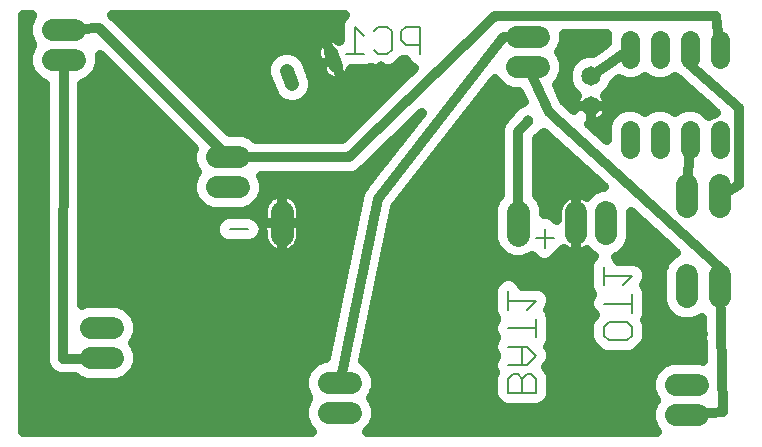
<source format=gbl>
G75*
G70*
%OFA0B0*%
%FSLAX24Y24*%
%IPPOS*%
%LPD*%
%AMOC8*
5,1,8,0,0,1.08239X$1,22.5*
%
%ADD10C,0.0080*%
%ADD11C,0.0630*%
%ADD12C,0.0740*%
%ADD13C,0.0472*%
%ADD14C,0.0650*%
%ADD15C,0.0765*%
%ADD16C,0.0320*%
%ADD17C,0.0380*%
D10*
X007708Y007562D02*
X008322Y007562D01*
X017002Y005495D02*
X017002Y004881D01*
X017002Y005188D02*
X017923Y005188D01*
X017616Y004881D01*
X017923Y004574D02*
X017923Y003960D01*
X017923Y004267D02*
X017002Y004267D01*
X017002Y003654D02*
X017616Y003654D01*
X017923Y003347D01*
X017616Y003040D01*
X017002Y003040D01*
X017155Y002733D02*
X017002Y002579D01*
X017002Y002119D01*
X017923Y002119D01*
X017923Y002579D01*
X017769Y002733D01*
X017616Y002733D01*
X017462Y002579D01*
X017462Y002119D01*
X017462Y002579D02*
X017309Y002733D01*
X017155Y002733D01*
X017462Y003040D02*
X017462Y003654D01*
X020202Y004013D02*
X020355Y003860D01*
X020969Y003860D01*
X021123Y004013D01*
X021123Y004320D01*
X020969Y004474D01*
X020355Y004474D01*
X020202Y004320D01*
X020202Y004013D01*
X021123Y004780D02*
X021123Y005394D01*
X021123Y005087D02*
X020202Y005087D01*
X020202Y005701D02*
X020202Y006315D01*
X020202Y006008D02*
X021123Y006008D01*
X020816Y005701D01*
X018522Y007262D02*
X017908Y007262D01*
X018215Y007569D02*
X018215Y006955D01*
X014042Y013402D02*
X014042Y014323D01*
X013582Y014323D01*
X013428Y014169D01*
X013428Y013862D01*
X013582Y013709D01*
X014042Y013709D01*
X013121Y013555D02*
X012968Y013402D01*
X012661Y013402D01*
X012507Y013555D01*
X012201Y013402D02*
X011587Y013402D01*
X011894Y013402D02*
X011894Y014323D01*
X012201Y014016D01*
X012507Y014169D02*
X012661Y014323D01*
X012968Y014323D01*
X013121Y014169D01*
X013121Y013555D01*
D11*
X021062Y013247D02*
X021062Y013877D01*
X022062Y013877D02*
X022062Y013247D01*
X023062Y013247D02*
X023062Y013877D01*
X024062Y013877D02*
X024062Y013247D01*
X024062Y010877D02*
X024062Y010247D01*
X023062Y010247D02*
X023062Y010877D01*
X022062Y010877D02*
X022062Y010247D01*
X021062Y010247D02*
X021062Y010877D01*
D12*
X022962Y009032D02*
X022962Y008292D01*
X024062Y008292D02*
X024062Y009032D01*
X020262Y008132D02*
X020262Y007392D01*
X019262Y007392D02*
X019262Y008132D01*
X022962Y006032D02*
X022962Y005292D01*
X024062Y005292D02*
X024062Y006032D01*
X023332Y002362D02*
X022592Y002362D01*
X022592Y001362D02*
X023332Y001362D01*
X011752Y001442D02*
X011012Y001442D01*
X011012Y002442D02*
X011752Y002442D01*
X003832Y003262D02*
X003092Y003262D01*
X003092Y004262D02*
X003832Y004262D01*
X007292Y008962D02*
X008032Y008962D01*
X008032Y009962D02*
X007292Y009962D01*
X002552Y013202D02*
X001812Y013202D01*
X001812Y014202D02*
X002552Y014202D01*
X017292Y013962D02*
X018032Y013962D01*
X018032Y012962D02*
X017292Y012962D01*
D13*
X011261Y012998D02*
X011084Y013436D01*
X009624Y012846D02*
X009800Y012408D01*
D14*
X019762Y012662D03*
X019762Y011662D03*
D15*
X017336Y008145D02*
X017336Y007380D01*
X009462Y007380D02*
X009462Y008145D01*
D16*
X000822Y014702D02*
X000822Y000822D01*
X010458Y000822D01*
X010308Y000972D01*
X010182Y001277D01*
X010182Y001607D01*
X010308Y001912D01*
X010338Y001942D01*
X010308Y001972D01*
X010182Y002277D01*
X010182Y002607D01*
X010308Y002912D01*
X010542Y003146D01*
X010847Y003272D01*
X010922Y003272D01*
X012034Y008587D01*
X012031Y008606D01*
X012059Y008707D01*
X012080Y008810D01*
X012091Y008825D01*
X012096Y008844D01*
X012160Y008927D01*
X012219Y009013D01*
X012235Y009024D01*
X014113Y011451D01*
X012135Y009522D01*
X012049Y009436D01*
X012046Y009435D01*
X012043Y009432D01*
X011933Y009388D01*
X011822Y009342D01*
X011818Y009342D01*
X011814Y009341D01*
X011694Y009342D01*
X008773Y009342D01*
X008862Y009127D01*
X008862Y008797D01*
X008736Y008492D01*
X008502Y008258D01*
X008197Y008132D01*
X007127Y008132D01*
X006822Y008258D01*
X006588Y008492D01*
X006462Y008797D01*
X006462Y009127D01*
X006588Y009432D01*
X006618Y009462D01*
X006588Y009492D01*
X006462Y009797D01*
X006462Y010127D01*
X006508Y010239D01*
X003382Y013365D01*
X003382Y013037D01*
X003256Y012732D01*
X003022Y012498D01*
X002801Y012407D01*
X002794Y005037D01*
X002927Y005092D01*
X003997Y005092D01*
X004302Y004966D01*
X004536Y004732D01*
X004662Y004427D01*
X004662Y004097D01*
X004536Y003792D01*
X004506Y003762D01*
X004536Y003732D01*
X004662Y003427D01*
X004662Y003097D01*
X004536Y002792D01*
X004302Y002558D01*
X003997Y002432D01*
X002927Y002432D01*
X002622Y002558D01*
X002545Y002635D01*
X002297Y002633D01*
X002295Y002632D01*
X002175Y002632D01*
X002054Y002631D01*
X002051Y002632D01*
X002048Y002632D01*
X001935Y002679D01*
X001825Y002724D01*
X001823Y002726D01*
X001820Y002727D01*
X001733Y002814D01*
X001649Y002897D01*
X001648Y002899D01*
X001646Y002901D01*
X001599Y003014D01*
X001553Y003124D01*
X001553Y003127D01*
X001552Y003129D01*
X000822Y003129D01*
X000822Y003447D02*
X001552Y003447D01*
X001552Y003373D02*
X001551Y003371D01*
X001552Y003249D01*
X001552Y003129D01*
X001552Y003373D02*
X001561Y012408D01*
X001342Y012498D01*
X001108Y012732D01*
X000982Y013037D01*
X000982Y013367D01*
X001108Y013672D01*
X001138Y013702D01*
X001108Y013732D01*
X000982Y014037D01*
X000982Y014367D01*
X001108Y014672D01*
X001138Y014702D01*
X000822Y014702D01*
X000822Y014596D02*
X001077Y014596D01*
X000982Y014278D02*
X000822Y014278D01*
X000822Y013959D02*
X001014Y013959D01*
X001095Y013641D02*
X000822Y013641D01*
X000822Y013322D02*
X000982Y013322D01*
X000996Y013004D02*
X000822Y013004D01*
X000822Y012685D02*
X001155Y012685D01*
X000822Y012367D02*
X001561Y012367D01*
X001561Y012048D02*
X000822Y012048D01*
X000822Y011730D02*
X001561Y011730D01*
X001560Y011411D02*
X000822Y011411D01*
X000822Y011093D02*
X001560Y011093D01*
X001560Y010774D02*
X000822Y010774D01*
X000822Y010455D02*
X001559Y010455D01*
X001559Y010137D02*
X000822Y010137D01*
X000822Y009818D02*
X001559Y009818D01*
X001558Y009500D02*
X000822Y009500D01*
X000822Y009181D02*
X001558Y009181D01*
X001558Y008863D02*
X000822Y008863D01*
X000822Y008544D02*
X001557Y008544D01*
X001557Y008226D02*
X000822Y008226D01*
X000822Y007907D02*
X001557Y007907D01*
X001556Y007589D02*
X000822Y007589D01*
X000822Y007270D02*
X001556Y007270D01*
X001556Y006951D02*
X000822Y006951D01*
X000822Y006633D02*
X001555Y006633D01*
X001555Y006314D02*
X000822Y006314D01*
X000822Y005996D02*
X001555Y005996D01*
X001555Y005677D02*
X000822Y005677D01*
X000822Y005359D02*
X001554Y005359D01*
X001554Y005040D02*
X000822Y005040D01*
X000822Y004722D02*
X001554Y004722D01*
X001553Y004403D02*
X000822Y004403D01*
X000822Y004085D02*
X001553Y004085D01*
X001553Y003766D02*
X000822Y003766D01*
X002172Y003252D02*
X002182Y013202D01*
X003209Y012685D02*
X004062Y012685D01*
X004381Y012367D02*
X002801Y012367D01*
X002801Y012048D02*
X004699Y012048D01*
X005018Y011730D02*
X002800Y011730D01*
X002800Y011411D02*
X005336Y011411D01*
X005655Y011093D02*
X002800Y011093D01*
X002800Y010774D02*
X005973Y010774D01*
X006292Y010455D02*
X002799Y010455D01*
X002799Y010137D02*
X006466Y010137D01*
X006462Y009818D02*
X002799Y009818D01*
X002798Y009500D02*
X006585Y009500D01*
X006484Y009181D02*
X002798Y009181D01*
X002798Y008863D02*
X006462Y008863D01*
X006567Y008544D02*
X002797Y008544D01*
X002797Y008226D02*
X006901Y008226D01*
X007284Y007846D02*
X007208Y007662D01*
X007208Y007463D01*
X007284Y007279D01*
X007425Y007139D01*
X007609Y007062D01*
X008421Y007062D01*
X008605Y007139D01*
X008746Y007279D01*
X008820Y007457D01*
X008820Y007337D01*
X008831Y007254D01*
X008852Y007173D01*
X008885Y007095D01*
X008927Y007022D01*
X008978Y006955D01*
X009037Y006895D01*
X009104Y006844D01*
X009177Y006802D01*
X009255Y006770D01*
X009336Y006748D01*
X009420Y006737D01*
X009462Y006737D01*
X009504Y006737D01*
X009588Y006748D01*
X009669Y006770D01*
X009747Y006802D01*
X009820Y006844D01*
X009887Y006895D01*
X009946Y006955D01*
X009997Y007022D01*
X010039Y007095D01*
X010072Y007173D01*
X010094Y007254D01*
X010105Y007337D01*
X010105Y007762D01*
X010105Y008187D01*
X010094Y008270D01*
X010072Y008352D01*
X010039Y008429D01*
X009997Y008502D01*
X009946Y008569D01*
X009887Y008629D01*
X009820Y008680D01*
X009747Y008722D01*
X009669Y008754D01*
X009588Y008776D01*
X009504Y008787D01*
X009462Y008787D01*
X009420Y008787D01*
X009336Y008776D01*
X009255Y008754D01*
X009177Y008722D01*
X009104Y008680D01*
X009037Y008629D01*
X008978Y008569D01*
X008927Y008502D01*
X008885Y008429D01*
X008852Y008352D01*
X008831Y008270D01*
X008820Y008187D01*
X008820Y007762D01*
X008820Y007668D01*
X008746Y007846D01*
X008605Y007986D01*
X008421Y008062D01*
X007609Y008062D01*
X007425Y007986D01*
X007284Y007846D01*
X007346Y007907D02*
X002797Y007907D01*
X002796Y007589D02*
X007208Y007589D01*
X007294Y007270D02*
X002796Y007270D01*
X002796Y006951D02*
X008981Y006951D01*
X008828Y007270D02*
X008737Y007270D01*
X008820Y007762D02*
X009462Y007762D01*
X009462Y007762D01*
X008820Y007762D01*
X008820Y007907D02*
X008684Y007907D01*
X008825Y008226D02*
X008423Y008226D01*
X008757Y008544D02*
X008959Y008544D01*
X008862Y008863D02*
X012111Y008863D01*
X012025Y008544D02*
X009965Y008544D01*
X010099Y008226D02*
X011958Y008226D01*
X011892Y007907D02*
X010105Y007907D01*
X010105Y007762D02*
X009462Y007762D01*
X009462Y006737D01*
X009462Y007762D01*
X009462Y007762D01*
X009462Y008787D01*
X009462Y007762D01*
X009462Y007762D01*
X009462Y007762D01*
X010105Y007762D01*
X010105Y007589D02*
X011825Y007589D01*
X011758Y007270D02*
X010096Y007270D01*
X009943Y006951D02*
X011692Y006951D01*
X011625Y006633D02*
X002795Y006633D01*
X002795Y006314D02*
X011559Y006314D01*
X011492Y005996D02*
X002795Y005996D01*
X002794Y005677D02*
X011425Y005677D01*
X011359Y005359D02*
X002794Y005359D01*
X002794Y005040D02*
X002802Y005040D01*
X004122Y005040D02*
X011292Y005040D01*
X011225Y004722D02*
X004540Y004722D01*
X004662Y004403D02*
X011159Y004403D01*
X011092Y004085D02*
X004657Y004085D01*
X004510Y003766D02*
X011026Y003766D01*
X010959Y003447D02*
X004654Y003447D01*
X004662Y003129D02*
X010525Y003129D01*
X010266Y002810D02*
X004543Y002810D01*
X004141Y002492D02*
X010182Y002492D01*
X010225Y002173D02*
X000822Y002173D01*
X000822Y001855D02*
X010285Y001855D01*
X010182Y001536D02*
X000822Y001536D01*
X000822Y001218D02*
X010207Y001218D01*
X010381Y000899D02*
X000822Y000899D01*
X000822Y002492D02*
X002783Y002492D01*
X001737Y002810D02*
X000822Y002810D01*
X002172Y003252D02*
X003462Y003262D01*
X009462Y006951D02*
X009462Y006951D01*
X009462Y007270D02*
X009462Y007270D01*
X009462Y007589D02*
X009462Y007589D01*
X009462Y007907D02*
X009462Y007907D01*
X009462Y008226D02*
X009462Y008226D01*
X009462Y008544D02*
X009462Y008544D01*
X008840Y009181D02*
X012357Y009181D01*
X012113Y009500D02*
X012604Y009500D01*
X012439Y009818D02*
X012850Y009818D01*
X012765Y010137D02*
X013096Y010137D01*
X013092Y010455D02*
X013343Y010455D01*
X013419Y010774D02*
X013589Y010774D01*
X013745Y011093D02*
X013836Y011093D01*
X014072Y011411D02*
X014082Y011411D01*
X015157Y010774D02*
X016716Y010774D01*
X016716Y010781D02*
X016716Y008716D01*
X016622Y008622D01*
X016494Y008312D01*
X016494Y007212D01*
X016622Y006902D01*
X016859Y006665D01*
X017168Y006537D01*
X017504Y006537D01*
X017803Y006661D01*
X017932Y006532D01*
X018116Y006455D01*
X018315Y006455D01*
X018498Y006532D01*
X018639Y006672D01*
X018688Y006790D01*
X018805Y006839D01*
X018867Y006900D01*
X018932Y006853D01*
X019020Y006808D01*
X019114Y006778D01*
X019212Y006762D01*
X019262Y006762D01*
X019312Y006762D01*
X019410Y006778D01*
X019504Y006808D01*
X019592Y006853D01*
X019612Y006868D01*
X019792Y006688D01*
X019846Y006666D01*
X019778Y006598D01*
X019702Y006414D01*
X019702Y005602D01*
X019778Y005418D01*
X019802Y005394D01*
X019778Y005371D01*
X019702Y005187D01*
X019702Y004988D01*
X019778Y004804D01*
X019879Y004704D01*
X019778Y004603D01*
X019746Y004526D01*
X019702Y004420D01*
X019702Y004419D01*
X019702Y004221D01*
X019702Y003914D01*
X019778Y003730D01*
X019919Y003589D01*
X020072Y003436D01*
X020256Y003360D01*
X020455Y003360D01*
X021069Y003360D01*
X021178Y003405D01*
X021252Y003436D01*
X021253Y003436D02*
X021255Y003438D01*
X021547Y003730D01*
X021559Y003759D01*
X021623Y003914D01*
X021623Y004113D01*
X021623Y004221D01*
X021623Y004420D01*
X021569Y004550D01*
X021623Y004681D01*
X021623Y005494D01*
X021547Y005677D01*
X022132Y005677D01*
X022132Y005359D02*
X021623Y005359D01*
X021623Y005040D02*
X022168Y005040D01*
X022132Y005127D02*
X022258Y004822D01*
X022492Y004588D01*
X022797Y004462D01*
X023127Y004462D01*
X023432Y004588D01*
X023467Y004623D01*
X023501Y003190D01*
X023497Y003192D01*
X022427Y003192D01*
X022122Y003066D01*
X021888Y002832D01*
X021762Y002527D01*
X021762Y002197D01*
X021888Y001892D01*
X021918Y001862D01*
X021888Y001832D01*
X021762Y001527D01*
X021762Y001197D01*
X021888Y000892D01*
X021958Y000822D01*
X012306Y000822D01*
X012456Y000972D01*
X012582Y001277D01*
X012582Y001607D01*
X012456Y001912D01*
X012426Y001942D01*
X012456Y001972D01*
X012582Y002277D01*
X012582Y002607D01*
X012456Y002912D01*
X012222Y003146D01*
X012167Y003168D01*
X013240Y008295D01*
X016553Y012578D01*
X016588Y012492D01*
X016822Y012258D01*
X017127Y012132D01*
X017365Y012132D01*
X017518Y011806D01*
X017294Y011713D01*
X017111Y011530D01*
X017069Y011430D01*
X016886Y011225D01*
X016810Y011149D01*
X016804Y011133D01*
X016792Y011120D01*
X016757Y011020D01*
X016716Y010922D01*
X016716Y010904D01*
X016710Y010887D01*
X016716Y010781D01*
X016782Y011093D02*
X015403Y011093D01*
X015650Y011411D02*
X017053Y011411D01*
X017334Y011730D02*
X015896Y011730D01*
X016143Y012048D02*
X017404Y012048D01*
X016714Y012367D02*
X016389Y012367D01*
X017662Y012962D02*
X018362Y011462D01*
X023962Y006362D01*
X024062Y006262D01*
X024062Y005662D01*
X024162Y001462D01*
X022962Y001362D01*
X021911Y001855D02*
X018355Y001855D01*
X018347Y001836D02*
X018423Y002019D01*
X018423Y002480D01*
X018423Y002679D01*
X018347Y002862D01*
X018246Y002963D01*
X018347Y003063D01*
X018392Y003173D01*
X018423Y003247D01*
X018423Y003446D01*
X018347Y003630D01*
X018323Y003654D01*
X018347Y003677D01*
X018423Y003861D01*
X018423Y004674D01*
X018347Y004857D01*
X018323Y004881D01*
X018347Y004905D01*
X018392Y005015D01*
X018423Y005089D01*
X018423Y005288D01*
X018347Y005471D01*
X018206Y005612D01*
X018096Y005657D01*
X018022Y005688D01*
X017463Y005688D01*
X017426Y005778D01*
X017285Y005919D01*
X017101Y005995D01*
X016903Y005995D01*
X016719Y005919D01*
X016578Y005778D01*
X016502Y005594D01*
X016502Y004782D01*
X016578Y004598D01*
X016602Y004574D01*
X016578Y004551D01*
X016502Y004367D01*
X016502Y004168D01*
X016578Y003984D01*
X016602Y003960D01*
X016578Y003937D01*
X016502Y003753D01*
X016502Y003554D01*
X016578Y003370D01*
X016602Y003347D01*
X016578Y003323D01*
X016502Y003139D01*
X016502Y002940D01*
X016556Y002809D01*
X016547Y002788D01*
X016502Y002679D01*
X016502Y002019D01*
X016578Y001836D01*
X016719Y001695D01*
X016903Y001619D01*
X017101Y001619D01*
X017363Y001619D01*
X017562Y001619D01*
X017823Y001619D01*
X018022Y001619D01*
X018206Y001695D01*
X018347Y001836D01*
X018423Y002173D02*
X021772Y002173D01*
X021762Y002492D02*
X018423Y002492D01*
X018368Y002810D02*
X021879Y002810D01*
X022275Y003129D02*
X018374Y003129D01*
X018423Y003247D02*
X018423Y003247D01*
X018422Y003447D02*
X020061Y003447D01*
X019763Y003766D02*
X018383Y003766D01*
X018423Y004085D02*
X019702Y004085D01*
X019702Y004403D02*
X018423Y004403D01*
X018403Y004722D02*
X019861Y004722D01*
X019702Y005040D02*
X018403Y005040D01*
X018423Y005089D02*
X018423Y005089D01*
X018393Y005359D02*
X019773Y005359D01*
X019702Y005677D02*
X018048Y005677D01*
X018022Y005688D02*
X018022Y005688D01*
X016536Y005677D02*
X012692Y005677D01*
X012625Y005359D02*
X016502Y005359D01*
X016502Y005040D02*
X012559Y005040D01*
X012492Y004722D02*
X016527Y004722D01*
X016517Y004403D02*
X012426Y004403D01*
X012359Y004085D02*
X016537Y004085D01*
X016507Y003766D02*
X012292Y003766D01*
X012226Y003447D02*
X016546Y003447D01*
X016502Y003129D02*
X012239Y003129D01*
X012498Y002810D02*
X016556Y002810D01*
X016502Y002492D02*
X012582Y002492D01*
X012539Y002173D02*
X016502Y002173D01*
X016570Y001855D02*
X012479Y001855D01*
X012582Y001536D02*
X021766Y001536D01*
X021762Y001218D02*
X012557Y001218D01*
X012383Y000899D02*
X021885Y000899D01*
X021252Y003436D02*
X021253Y003436D01*
X021264Y003447D02*
X023495Y003447D01*
X023487Y003766D02*
X021562Y003766D01*
X021547Y003730D02*
X021547Y003730D01*
X021547Y003730D01*
X021623Y004085D02*
X023479Y004085D01*
X023472Y004403D02*
X021623Y004403D01*
X021623Y004722D02*
X022359Y004722D01*
X022132Y005127D02*
X022132Y006197D01*
X022258Y006502D01*
X022492Y006736D01*
X022588Y006775D01*
X021092Y008137D01*
X021092Y007227D01*
X020966Y006922D01*
X020732Y006688D01*
X020593Y006631D01*
X020626Y006598D01*
X020663Y006508D01*
X021222Y006508D01*
X021222Y006508D01*
X021296Y006477D01*
X021406Y006432D01*
X021547Y006291D01*
X021623Y006108D01*
X021623Y005909D01*
X021623Y005909D01*
X021592Y005835D01*
X021547Y005725D01*
X021523Y005701D01*
X021547Y005677D01*
X021623Y005996D02*
X022132Y005996D01*
X022181Y006314D02*
X021524Y006314D01*
X022389Y006633D02*
X020598Y006633D01*
X020978Y006951D02*
X022394Y006951D01*
X022044Y007270D02*
X021092Y007270D01*
X021092Y007589D02*
X021695Y007589D01*
X021345Y007907D02*
X021092Y007907D01*
X020097Y008962D02*
X019792Y008836D01*
X019612Y008656D01*
X019592Y008671D01*
X019504Y008716D01*
X019410Y008746D01*
X019312Y008762D01*
X019262Y008762D01*
X019212Y008762D01*
X019114Y008746D01*
X019020Y008716D01*
X018932Y008671D01*
X018852Y008613D01*
X018781Y008542D01*
X018723Y008462D01*
X018678Y008374D01*
X018648Y008280D01*
X018632Y008182D01*
X018632Y007859D01*
X018498Y007993D01*
X018315Y008069D01*
X018179Y008069D01*
X018179Y008312D01*
X018050Y008622D01*
X017956Y008716D01*
X017956Y010561D01*
X017983Y010592D01*
X018030Y010611D01*
X018195Y010776D01*
X020186Y008962D01*
X020097Y008962D01*
X019857Y008863D02*
X017956Y008863D01*
X017956Y009181D02*
X019946Y009181D01*
X019596Y009500D02*
X017956Y009500D01*
X017956Y009818D02*
X019246Y009818D01*
X018896Y010137D02*
X017956Y010137D01*
X017956Y010455D02*
X018547Y010455D01*
X018197Y010774D02*
X018193Y010774D01*
X017662Y011162D02*
X017336Y010798D01*
X017336Y007762D01*
X018179Y008226D02*
X018639Y008226D01*
X018632Y007907D02*
X018584Y007907D01*
X019262Y007907D02*
X019262Y007907D01*
X019262Y007762D02*
X019262Y008762D01*
X019262Y007762D01*
X019262Y006762D01*
X019262Y007762D01*
X019262Y007762D01*
X019262Y007762D01*
X019262Y007589D02*
X019262Y007589D01*
X019262Y007270D02*
X019262Y007270D01*
X019262Y006951D02*
X019262Y006951D01*
X019813Y006633D02*
X018600Y006633D01*
X017831Y006633D02*
X017735Y006633D01*
X016937Y006633D02*
X012892Y006633D01*
X012959Y006951D02*
X016601Y006951D01*
X016494Y007270D02*
X013025Y007270D01*
X013092Y007589D02*
X016494Y007589D01*
X016494Y007907D02*
X013158Y007907D01*
X013225Y008226D02*
X016494Y008226D01*
X016590Y008544D02*
X013432Y008544D01*
X013678Y008863D02*
X016716Y008863D01*
X016716Y009181D02*
X013925Y009181D01*
X014171Y009500D02*
X016716Y009500D01*
X016716Y009818D02*
X014418Y009818D01*
X014664Y010137D02*
X016716Y010137D01*
X016716Y010455D02*
X014911Y010455D01*
X012623Y011730D02*
X009980Y011730D01*
X009933Y011711D02*
X010190Y011814D01*
X010387Y012008D01*
X010495Y012263D01*
X010498Y012540D01*
X010217Y013235D01*
X010023Y013433D01*
X009768Y013541D01*
X009491Y013543D01*
X009234Y013440D01*
X009037Y013246D01*
X008929Y012991D01*
X008926Y012714D01*
X009207Y012019D01*
X009401Y011821D01*
X009656Y011713D01*
X009933Y011711D01*
X009617Y011730D02*
X006771Y011730D01*
X006453Y012048D02*
X009195Y012048D01*
X009066Y012367D02*
X006134Y012367D01*
X005816Y012685D02*
X008938Y012685D01*
X008934Y013004D02*
X005497Y013004D01*
X005179Y013322D02*
X009115Y013322D01*
X010132Y013322D02*
X010601Y013322D01*
X010609Y013286D02*
X010712Y013031D01*
X010815Y012776D01*
X010855Y012709D01*
X010906Y012649D01*
X010964Y012598D01*
X011031Y012556D01*
X011103Y012526D01*
X011178Y012507D01*
X011256Y012500D01*
X011334Y012506D01*
X011410Y012523D01*
X011446Y012538D01*
X011245Y013037D01*
X011245Y013036D01*
X011447Y012538D01*
X011483Y012553D01*
X011550Y012593D01*
X011609Y012643D01*
X011661Y012702D01*
X011702Y012768D01*
X011733Y012840D01*
X011748Y012902D01*
X012300Y012902D01*
X012431Y012956D01*
X012455Y012946D01*
X012561Y012902D01*
X012562Y012902D01*
X012760Y012902D01*
X013067Y012902D01*
X013251Y012978D01*
X013392Y013119D01*
X013482Y013209D01*
X013482Y013209D01*
X013581Y013209D01*
X013618Y013119D01*
X013759Y012978D01*
X013860Y012936D01*
X011446Y010582D01*
X008586Y010582D01*
X008502Y010666D01*
X008197Y010792D01*
X007709Y010792D01*
X003876Y014625D01*
X003869Y014639D01*
X003800Y014702D01*
X011566Y014702D01*
X011470Y014606D01*
X011424Y014496D01*
X011394Y014422D01*
X011394Y013863D01*
X011359Y013849D01*
X011314Y013877D01*
X011242Y013908D01*
X011166Y013927D01*
X011088Y013934D01*
X011010Y013928D01*
X010934Y013911D01*
X010898Y013896D01*
X011087Y013429D01*
X011087Y013428D01*
X010898Y013896D01*
X010862Y013881D01*
X010795Y013841D01*
X010735Y013791D01*
X010684Y013732D01*
X010642Y013666D01*
X010612Y013594D01*
X010593Y013518D01*
X010586Y013440D01*
X010591Y013362D01*
X010609Y013286D01*
X010712Y013031D02*
X011129Y013200D01*
X011129Y013200D01*
X010712Y013031D01*
X010723Y013004D02*
X010311Y013004D01*
X010439Y012685D02*
X010875Y012685D01*
X010496Y012367D02*
X013276Y012367D01*
X013603Y012685D02*
X011646Y012685D01*
X011387Y012685D02*
X011387Y012685D01*
X011258Y013004D02*
X011258Y013004D01*
X011001Y013641D02*
X011001Y013641D01*
X010632Y013641D02*
X004860Y013641D01*
X004541Y013959D02*
X011394Y013959D01*
X011394Y014278D02*
X004223Y014278D01*
X003904Y014596D02*
X011466Y014596D01*
X011394Y014422D02*
X011394Y014422D01*
X013277Y013004D02*
X013733Y013004D01*
X012949Y012048D02*
X010404Y012048D01*
X011969Y011093D02*
X007408Y011093D01*
X007090Y011411D02*
X012296Y011411D01*
X011643Y010774D02*
X008241Y010774D01*
X007662Y009962D02*
X003362Y014262D01*
X002182Y014202D01*
X003382Y013322D02*
X003425Y013322D01*
X003368Y013004D02*
X003744Y013004D01*
X007662Y009962D02*
X011698Y009962D01*
X016545Y014689D01*
X023935Y014689D01*
X024062Y013562D01*
X023062Y013562D02*
X023062Y013047D01*
X024693Y011596D01*
X024693Y009053D01*
X024062Y008662D01*
X022962Y008662D02*
X023062Y010562D01*
X023706Y011329D02*
X023501Y011534D01*
X023216Y011652D01*
X022908Y011652D01*
X022623Y011534D01*
X022562Y011473D01*
X022501Y011534D01*
X022216Y011652D01*
X021908Y011652D01*
X021623Y011534D01*
X021562Y011473D01*
X021501Y011534D01*
X021216Y011652D01*
X020908Y011652D01*
X020623Y011534D01*
X020405Y011316D01*
X020287Y011031D01*
X020287Y010547D01*
X019703Y011079D01*
X019716Y011077D01*
X019762Y011077D01*
X019808Y011077D01*
X019899Y011091D01*
X019987Y011120D01*
X020069Y011162D01*
X020143Y011216D01*
X020208Y011281D01*
X020262Y011355D01*
X020304Y011437D01*
X020333Y011525D01*
X020347Y011616D01*
X020347Y011662D01*
X020347Y011708D01*
X020333Y011799D01*
X020304Y011887D01*
X020262Y011969D01*
X020227Y012017D01*
X020428Y012217D01*
X020514Y012427D01*
X020623Y012502D01*
X020625Y012503D01*
X020703Y012557D01*
X020908Y012472D01*
X021216Y012472D01*
X021501Y012590D01*
X021562Y012651D01*
X021623Y012590D01*
X021908Y012472D01*
X022216Y012472D01*
X022501Y012590D01*
X022562Y012651D01*
X022623Y012590D01*
X022656Y012576D01*
X022711Y012521D01*
X022728Y012514D01*
X023936Y011439D01*
X023927Y011438D01*
X023841Y011410D01*
X023761Y011369D01*
X023706Y011329D01*
X023624Y011411D02*
X023845Y011411D01*
X023610Y011730D02*
X020344Y011730D01*
X020347Y011662D02*
X019762Y011662D01*
X019177Y011662D01*
X019177Y011616D01*
X019188Y011549D01*
X018871Y011837D01*
X018620Y012376D01*
X018736Y012492D01*
X018862Y012797D01*
X018862Y013127D01*
X018736Y013432D01*
X018706Y013462D01*
X018736Y013492D01*
X018862Y013797D01*
X018862Y014069D01*
X020303Y014069D01*
X020287Y014031D01*
X020287Y013778D01*
X020017Y013590D01*
X019809Y013447D01*
X019606Y013447D01*
X019317Y013328D01*
X019097Y013107D01*
X018977Y012818D01*
X018977Y012506D01*
X019097Y012217D01*
X019297Y012017D01*
X019262Y011969D01*
X019220Y011887D01*
X019191Y011799D01*
X019177Y011708D01*
X019177Y011662D01*
X019762Y011662D01*
X019762Y011662D01*
X019762Y011077D01*
X019762Y011662D01*
X019762Y011662D01*
X019762Y011662D01*
X020347Y011662D01*
X020291Y011411D02*
X020500Y011411D01*
X020312Y011093D02*
X019902Y011093D01*
X019762Y011093D02*
X019762Y011093D01*
X019762Y011411D02*
X019762Y011411D01*
X019180Y011730D02*
X018989Y011730D01*
X018773Y012048D02*
X019266Y012048D01*
X019035Y012367D02*
X018624Y012367D01*
X018816Y012685D02*
X018977Y012685D01*
X019054Y013004D02*
X018862Y013004D01*
X018781Y013322D02*
X019312Y013322D01*
X018797Y013641D02*
X020090Y013641D01*
X020287Y013959D02*
X018862Y013959D01*
X017662Y013962D02*
X016862Y013962D01*
X016762Y013862D01*
X012662Y008562D01*
X011382Y002442D01*
X012759Y005996D02*
X019702Y005996D01*
X019702Y006314D02*
X012825Y006314D01*
X018082Y008544D02*
X018783Y008544D01*
X019262Y008544D02*
X019262Y008544D01*
X019262Y008226D02*
X019262Y008226D01*
X020038Y010774D02*
X020287Y010774D01*
X020258Y012048D02*
X023252Y012048D01*
X022894Y012367D02*
X020489Y012367D01*
X020372Y013082D02*
X019762Y012662D01*
X020372Y013082D02*
X021062Y013562D01*
D17*
X021562Y012062D03*
X018162Y010362D03*
X017662Y011162D03*
X016762Y011762D03*
X012762Y012962D03*
X006882Y013482D03*
X005962Y008282D03*
X014562Y006162D03*
X015962Y003062D03*
X021362Y001862D03*
X007762Y002962D03*
X004242Y001262D03*
M02*

</source>
